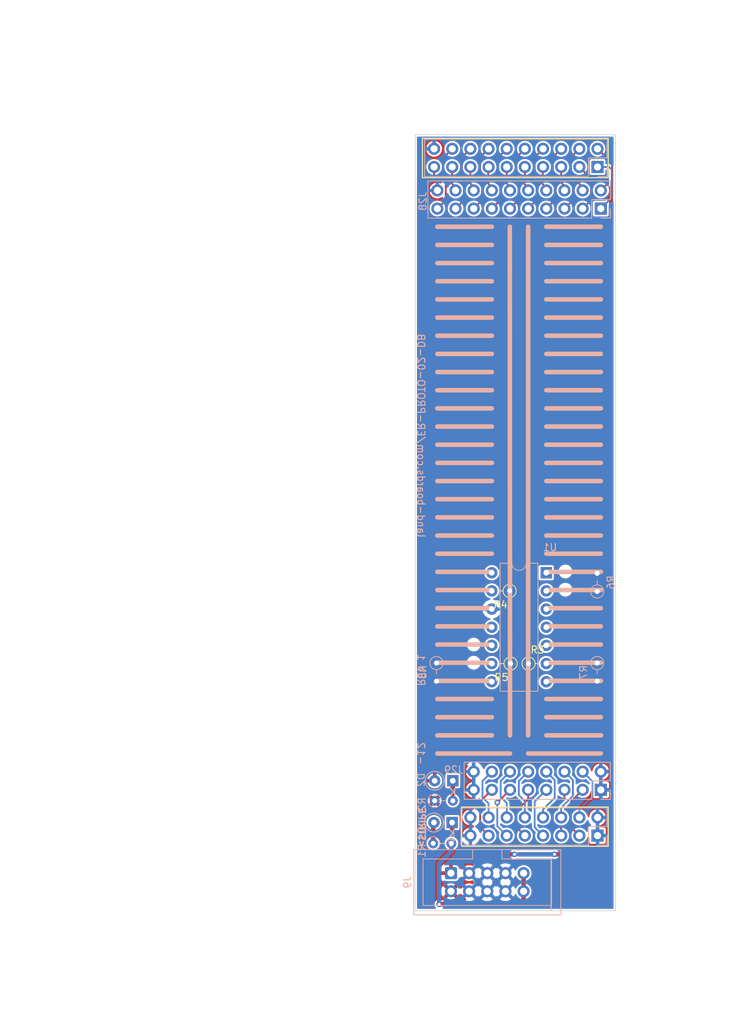
<source format=kicad_pcb>
(kicad_pcb (version 20211014) (generator pcbnew)
  (title_block (title "ER-PROTO-02") (date "2022-10-29") (rev "1") (company "LAND BOARDS, LLC") (comment 1 "EURORACK PROTOTYPE CARD") (comment 2 "6 POTS, 6 JACKS"))
  (layers (0 "F.Cu" signal) (31 "B.Cu" signal) (34 "B.Paste" user) (35 "F.Paste" user) (36 "B.SilkS" user "B.Silkscreen") (37 "F.SilkS" user "F.Silkscreen") (38 "B.Mask" user) (39 "F.Mask" user) (44 "Edge.Cuts" user))
  (net 0 "")
  (net 1 "/POT6-1")
  (net 2 "/POT6-2")
  (net 3 "/POT6-3")
  (net 4 "/POT4-1")
  (net 5 "/POT4-2")
  (net 6 "/POT4-3")
  (net 7 "/POT2-1")
  (net 8 "/POT2-2")
  (net 9 "/POT2-3")
  (net 10 "/POT5-1")
  (net 11 "/POT5-2")
  (net 12 "/POT5-3")
  (net 13 "/POT3-1")
  (net 14 "/POT3-2")
  (net 15 "/POT3-3")
  (net 16 "/POT1-1")
  (net 17 "/POT1-2")
  (net 18 "/POT1-3")
  (net 19 "/J1-T")
  (net 20 "/J2-T")
  (net 21 "/J3-T")
  (net 22 "/J4-T")
  (net 23 "GND")
  (net 24 "/J1-R_N")
  (net 25 "/J2-R_N")
  (net 26 "/J3-R_N")
  (net 27 "/J4-R_N")
  (net 28 "/J5-R_N")
  (net 29 "/J6-R_N")
  (net 30 "/J6-T")
  (net 31 "/J5-T")
  (net 32 "+12V")
  (net 33 "+5V")
  (net 34 "-12V")
  (net 35 "Net-(U1-Pad13)")
  (net 36 "Net-(U1-Pad2)")
  (net 37 "Net-(R7-Pad1)")
  (net 38 "Net-(U1-Pad9)")
  (net 39 "Net-(D1-Pad2)")
  (net 40 "Net-(D2-Pad1)")
  (net 41 "-12VA")
  (net 42 "+12VA")
  (footprint "Resistor_THT:R_Axial_DIN0204_L3.6mm_D1.6mm_P2.54mm_Vertical" (layer "F.Cu") (at 111.837 83.947 180)
    (fp_text reference "R5" (at 1.27 -1.92) (layer "F.SilkS"))
    (fp_text value "10K")
    (fp_line (start 0.92 0) (end 1.54 0) (layer "F.SilkS") (width 0.12))
    (fp_circle (center 0 0) (end 0.92 0) (layer "F.SilkS") (width 0.12) (fill none))
    (pad "1" thru_hole circle (at 0 0 180) (size 1.4 1.4) (drill 0.7) (layers *.Cu *.Mask) (net 23 "GND"))
    (pad "2" thru_hole oval (at 2.54 0 180) (size 1.4 1.4) (drill 0.7) (layers *.Cu *.Mask) (net 37 "Net-(R7-Pad1)"))
  )
  (footprint "Resistor_THT:R_Axial_DIN0204_L3.6mm_D1.6mm_P2.54mm_Vertical" (layer "F.Cu") (at 114.35 83.947)
    (fp_text reference "R3" (at 1.27 -1.92) (layer "F.SilkS"))
    (fp_text value "10K")
    (fp_line (start 0.92 0) (end 1.54 0) (layer "F.SilkS") (width 0.12))
    (fp_circle (center 0 0) (end 0.92 0) (layer "F.SilkS") (width 0.12) (fill none))
    (pad "1" thru_hole circle (at 0 0) (size 1.4 1.4) (drill 0.7) (layers *.Cu *.Mask) (net 23 "GND"))
    (pad "2" thru_hole oval (at 2.54 0) (size 1.4 1.4) (drill 0.7) (layers *.Cu *.Mask) (net 38 "Net-(U1-Pad9)"))
  )
  (footprint "Resistor_THT:R_Axial_DIN0204_L3.6mm_D1.6mm_P2.54mm_Vertical" (layer "F.Cu") (at 111.71 73.787 180)
    (fp_text reference "R4" (at 1.27 -1.92) (layer "F.SilkS"))
    (fp_text value "10K")
    (fp_line (start 0.92 0) (end 1.54 0) (layer "F.SilkS") (width 0.12))
    (fp_circle (center 0 0) (end 0.92 0) (layer "F.SilkS") (width 0.12) (fill none))
    (pad "1" thru_hole circle (at 0 0 180) (size 1.4 1.4) (drill 0.7) (layers *.Cu *.Mask) (net 23 "GND"))
    (pad "2" thru_hole oval (at 2.54 0 180) (size 1.4 1.4) (drill 0.7) (layers *.Cu *.Mask) (net 36 "Net-(U1-Pad2)"))
  )
  (footprint "Connector_PinHeader_2.54mm:PinHeader_2x10_P2.54mm_Vertical" (layer "B.Cu") (at 124.46 20.32 90)
    (fp_text reference "J28" (at 1.016 -24.892 90) (layer "B.SilkS") (effects (justify mirror)))
    (fp_text value "PROTO02_POTS")
    (fp_line (start -1.33 -1.27) (end 1.27 -1.27) (layer "B.SilkS") (width 0.12))
    (fp_line (start 1.27 1.33) (end 3.87 1.33) (layer "B.SilkS") (width 0.12))
    (fp_line (start 1.27 -1.27) (end 1.27 1.33) (layer "B.SilkS") (width 0.12))
    (fp_line (start -1.33 -24.19) (end 3.87 -24.19) (layer "B.SilkS") (width 0.12))
    (fp_line (start -1.33 1.33) (end 0 1.33) (layer "B.SilkS") (width 0.12))
    (fp_line (start -1.33 0) (end -1.33 1.33) (layer "B.SilkS") (width 0.12))
    (fp_line (start -1.33 -1.27) (end -1.33 -24.19) (layer "B.SilkS") (width 0.12))
    (fp_line (start 3.87 1.33) (end 3.87 -24.19) (layer "B.SilkS") (width 0.12))
    (pad "1" thru_hole rect (at 0 0 90) (size 1.7 1.7) (drill 1) (layers *.Cu *.Mask) (net 33 "+5V"))
    (pad "2" thru_hole oval (at 2.54 0 90) (size 1.7 1.7) (drill 1) (layers *.Cu *.Mask) (net 1 "/POT6-1"))
    (pad "3" thru_hole oval (at 0 -2.54 90) (size 1.7 1.7) (drill 1) (layers *.Cu *.Mask) (net 2 "/POT6-2"))
    (pad "4" thru_hole oval (at 2.54 -2.54 90) (size 1.7 1.7) (drill 1) (layers *.Cu *.Mask) (net 3 "/POT6-3"))
    (pad "5" thru_hole oval (at 0 -5.08 90) (size 1.7 1.7) (drill 1) (layers *.Cu *.Mask) (net 4 "/POT4-1"))
    (pad "6" thru_hole oval (at 2.54 -5.08 90) (size 1.7 1.7) (drill 1) (layers *.Cu *.Mask) (net 5 "/POT4-2"))
    (pad "7" thru_hole oval (at 0 -7.62 90) (size 1.7 1.7) (drill 1) (layers *.Cu *.Mask) (net 6 "/POT4-3"))
    (pad "8" thru_hole oval (at 2.54 -7.62 90) (size 1.7 1.7) (drill 1) (layers *.Cu *.Mask) (net 7 "/POT2-1"))
    (pad "9" thru_hole oval (at 0 -10.16 90) (size 1.7 1.7) (drill 1) (layers *.Cu *.Mask) (net 8 "/POT2-2"))
    (pad "10" thru_hole oval (at 2.54 -10.16 90) (size 1.7 1.7) (drill 1) (layers *.Cu *.Mask) (net 9 "/POT2-3"))
    (pad "11" thru_hole oval (at 0 -12.7 90) (size 1.7 1.7) (drill 1) (layers *.Cu *.Mask) (net 10 "/POT5-1"))
    (pad "12" thru_hole oval (at 2.54 -12.7 90) (size 1.7 1.7) (drill 1) (layers *.Cu *.Mask) (net 11 "/POT5-2"))
    (pad "13" thru_hole oval (at 0 -15.24 90) (size 1.7 1.7) (drill 1) (layers *.Cu *.Mask) (net 12 "/POT5-3"))
    (pad "14" thru_hole oval (at 2.54 -15.24 90) (size 1.7 1.7) (drill 1) (layers *.Cu *.Mask) (net 13 "/POT3-1"))
    (pad "15" thru_hole oval (at 0 -17.78 90) (size 1.7 1.7) (drill 1) (layers *.Cu *.Mask) (net 14 "/POT3-2"))
    (pad "16" thru_hole oval (at 2.54 -17.78 90) (size 1.7 1.7) (drill 1) (layers *.Cu *.Mask) (net 15 "/POT3-3"))
    (pad "17" thru_hole oval (at 0 -20.32 90) (size 1.7 1.7) (drill 1) (layers *.Cu *.Mask) (net 16 "/POT1-1"))
    (pad "18" thru_hole oval (at 2.54 -20.32 90) (size 1.7 1.7) (drill 1) (layers *.Cu *.Mask) (net 17 "/POT1-2"))
    (pad "19" thru_hole oval (at 0 -22.86 90) (size 1.7 1.7) (drill 1) (layers *.Cu *.Mask) (net 18 "/POT1-3"))
    (pad "20" thru_hole oval (at 2.54 -22.86 90) (size 1.7 1.7) (drill 1) (layers *.Cu *.Mask) (net 23 "GND"))
  )
  (footprint "Resistor_THT:R_Axial_DIN0204_L3.6mm_D1.6mm_P2.54mm_Vertical" (layer "B.Cu") (at 101.015 109.093)
    (fp_text reference "R1" (at -1.574 1.016 90) (layer "B.SilkS") (effects (justify mirror)))
    (fp_text value "10")
    (fp_line (start 0.92 0) (end 1.54 0) (layer "B.SilkS") (width 0.12))
    (fp_circle (center 0 0) (end 0.92 0) (layer "B.SilkS") (width 0.12) (fill none))
    (pad "1" thru_hole circle (at 0 0) (size 1.4 1.4) (drill 0.7) (layers *.Cu *.Mask) (net 39 "Net-(D1-Pad2)"))
    (pad "2" thru_hole oval (at 2.54 0) (size 1.4 1.4) (drill 0.7) (layers *.Cu *.Mask) (net 42 "+12VA"))
  )
  (footprint "Diode_THT:D_DO-35_SOD27_P2.54mm_Vertical_KathodeUp" (layer "B.Cu") (at 103.759 100.33 180)
    (fp_text reference "D2" (at 4.445 0.127 90) (layer "B.SilkS") (effects (justify mirror)))
    (fp_text value "BAT41")
    (fp_text user "K" (at 0 -1.651) (layer "B.SilkS") (effects (justify mirror)))
    (fp_line (start 1.213629 0) (end 1.1 0) (layer "B.SilkS") (width 0.12))
    (fp_circle (center 2.54 0) (end 3.866371 0) (layer "B.SilkS") (width 0.12) (fill none))
    (pad "1" thru_hole rect (at 0 0 180) (size 1.6 1.6) (drill 0.8) (layers *.Cu *.Mask) (net 40 "Net-(D2-Pad1)"))
    (pad "2" thru_hole oval (at 2.54 0 180) (size 1.6 1.6) (drill 0.8) (layers *.Cu *.Mask) (net 34 "-12V"))
  )
  (footprint "Connector_PinHeader_2.54mm:PinHeader_2x08_P2.54mm_Vertical" (layer "B.Cu") (at 124.46 101.6 90)
    (fp_text reference "J29" (at 2.794 -20.574 180) (layer "B.SilkS") (effects (justify mirror)))
    (fp_text value "PROTO02_JACKS")
    (fp_line (start -1.33 1.33) (end 0 1.33) (layer "B.SilkS") (width 0.12))
    (fp_line (start 1.27 -1.27) (end 1.27 1.33) (layer "B.SilkS") (width 0.12))
    (fp_line (start -1.33 -1.27) (end -1.33 -19.11) (layer "B.SilkS") (width 0.12))
    (fp_line (start -1.33 -19.11) (end 3.87 -19.11) (layer "B.SilkS") (width 0.12))
    (fp_line (start -1.33 0) (end -1.33 1.33) (layer "B.SilkS") (width 0.12))
    (fp_line (start 1.27 1.33) (end 3.87 1.33) (layer "B.SilkS") (width 0.12))
    (fp_line (start -1.33 -1.27) (end 1.27 -1.27) (layer "B.SilkS") (width 0.12))
    (fp_line (start 3.87 1.33) (end 3.87 -19.11) (layer "B.SilkS") (width 0.12))
    (pad "1" thru_hole rect (at 0 0 90) (size 1.7 1.7) (drill 1) (layers *.Cu *.Mask) (net 23 "GND"))
    (pad "2" thru_hole oval (at 2.54 0 90) (size 1.7 1.7) (drill 1) (layers *.Cu *.Mask) (net 23 "GND"))
    (pad "3" thru_hole oval (at 0 -2.54 90) (size 1.7 1.7) (drill 1) (layers *.Cu *.Mask) (net 29 "/J6-R_N"))
    (pad "4" thru_hole oval (at 2.54 -2.54 90) (size 1.7 1.7) (drill 1) (layers *.Cu *.Mask) (net 30 "/J6-T"))
    (pad "5" thru_hole oval (at 0 -5.08 90) (size 1.7 1.7) (drill 1) (layers *.Cu *.Mask) (net 27 "/J4-R_N"))
    (pad "6" thru_hole oval (at 2.54 -5.08 90) (size 1.7 1.7) (drill 1) (layers *.Cu *.Mask) (net 22 "/J4-T"))
    (pad "7" thru_hole oval (at 0 -7.62 90) (size 1.7 1.7) (drill 1) (layers *.Cu *.Mask) (net 25 "/J2-R_N"))
    (pad "8" thru_hole oval (at 2.54 -7.62 90) (size 1.7 1.7) (drill 1) (layers *.Cu *.Mask) (net 20 "/J2-T"))
    (pad "9" thru_hole oval (at 0 -10.16 90) (size 1.7 1.7) (drill 1) (layers *.Cu *.Mask) (net 24 "/J1-R_N"))
    (pad "10" thru_hole oval (at 2.54 -10.16 90) (size 1.7 1.7) (drill 1) (layers *.Cu *.Mask) (net 19 "/J1-T"))
    (pad "11" thru_hole oval (at 0 -12.7 90) (size 1.7 1.7) (drill 1) (layers *.Cu *.Mask) (net 26 "/J3-R_N"))
    (pad "12" thru_hole oval (at 2.54 -12.7 90) (size 1.7 1.7) (drill 1) (layers *.Cu *.Mask) (net 21 "/J3-T"))
    (pad "13" thru_hole oval (at 0 -15.24 90) (size 1.7 1.7) (drill 1) (layers *.Cu *.Mask) (net 28 "/J5-R_N"))
    (pad "14" thru_hole oval (at 2.54 -15.24 90) (size 1.7 1.7) (drill 1) (layers *.Cu *.Mask) (net 31 "/J5-T"))
    (pad "15" thru_hole oval (at 0 -17.78 90) (size 1.7 1.7) (drill 1) (layers *.Cu *.Mask) (net 23 "GND"))
    (pad "16" thru_hole oval (at 2.54 -17.78 90) (size 1.7 1.7) (drill 1) (layers *.Cu *.Mask) (net 23 "GND"))
  )
  (footprint "Resistor_THT:R_Axial_DIN0204_L3.6mm_D1.6mm_P2.54mm_Vertical" (layer "B.Cu") (at 101.219 103.124)
    (fp_text reference "R2" (at -1.778 0.508 90) (layer "B.SilkS") (effects (justify mirror)))
    (fp_text value "10")
    (fp_line (start 0.92 0) (end 1.54 0) (layer "B.SilkS") (width 0.12))
    (fp_circle (center 0 0) (end 0.92 0) (layer "B.SilkS") (width 0.12) (fill none))
    (pad "1" thru_hole circle (at 0 0) (size 1.4 1.4) (drill 0.7) (layers *.Cu *.Mask) (net 41 "-12VA"))
    (pad "2" thru_hole oval (at 2.54 0) (size 1.4 1.4) (drill 0.7) (layers *.Cu *.Mask) (net 40 "Net-(D2-Pad1)"))
  )
  (footprint "Package_DIP:DIP-14_W7.62mm" (layer "B.Cu") (at 116.83 71.242 180)
    (fp_text reference "U1" (at -0.518 3.551) (layer "B.SilkS") (effects (justify mirror)))
    (fp_text value "TL074")
    (fp_line (start 2.81 1.33) (end 1.16 1.33) (layer "B.SilkS") (width 0.12))
    (fp_line (start 1.16 1.33) (end 1.16 -16.57) (layer "B.SilkS") (width 0.12))
    (fp_line (start 6.46 1.33) (end 4.81 1.33) (layer "B.SilkS") (width 0.12))
    (fp_line (start 6.46 -16.57) (end 6.46 1.33) (layer "B.SilkS") (width 0.12))
    (fp_line (start 1.16 -16.57) (end 6.46 -16.57) (layer "B.SilkS") (width 0.12))
    (fp_arc (start 2.81 1.33) (mid 3.81 0.33) (end 4.81 1.33) (layer "B.SilkS") (width 0.12))
    (pad "1" thru_hole rect (at 0 0 180) (size 1.6 1.6) (drill 0.8) (layers *.Cu *.Mask) (net 20 "/J2-T"))
    (pad "2" thru_hole oval (at 0 -2.54 180) (size 1.6 1.6) (drill 0.8) (layers *.Cu *.Mask) (net 36 "Net-(U1-Pad2)"))
    (pad "3" thru_hole oval (at 0 -5.08 180) (size 1.6 1.6) (drill 0.8) (layers *.Cu *.Mask) (net 19 "/J1-T"))
    (pad "4" thru_hole oval (at 0 -7.62 180) (size 1.6 1.6) (drill 0.8) (layers *.Cu *.Mask) (net 32 "+12V"))
    (pad "5" thru_hole oval (at 0 -10.16 180) (size 1.6 1.6) (drill 0.8) (layers *.Cu *.Mask) (net 21 "/J3-T"))
    (pad "6" thru_hole oval (at 0 -12.7 180) (size 1.6 1.6) (drill 0.8) (layers *.Cu *.Mask) (net 37 "Net-(R7-Pad1)"))
    (pad "7" thru_hole oval (at 0 -15.24 180) (size 1.6 1.6) (drill 0.8) (layers *.Cu *.Mask) (net 22 "/J4-T"))
    (pad "8" thru_hole oval (at 7.62 -15.24 180) (size 1.6 1.6) (drill 0.8) (layers *.Cu *.Mask) (net 30 "/J6-T"))
    (pad "9" thru_hole oval (at 7.62 -12.7 180) (size 1.6 1.6) (drill 0.8) (layers *.Cu *.Mask) (net 38 "Net-(U1-Pad9)"))
    (pad "10" thru_hole oval (at 7.62 -10.16 180) (size 1.6 1.6) (drill 0.8) (layers *.Cu *.Mask) (net 31 "/J5-T"))
    (pad "11" thru_hole oval (at 7.62 -7.62 180) (size 1.6 1.6) (drill 0.8) (layers *.Cu *.Mask) (net 34 "-12V"))
    (pad "12" thru_hole oval (at 7.62 -5.08 180) (size 1.6 1.6) (drill 0.8) (layers *.Cu *.Mask) (net 23 "GND"))
    (pad "13" thru_hole oval (at 7.62 -2.54 180) (size 1.6 1.6) (drill 0.8) (layers *.Cu *.Mask) (net 35 "Net-(U1-Pad13)"))
    (pad "14" thru_hole oval (at 7.62 0 180) (size 1.6 1.6) (drill 0.8) (layers *.Cu *.Mask) (net 35 "Net-(U1-Pad13)"))
  )
  (footprint "Connector_IDC:IDC-Header_2x05_P2.54mm_Vertical" (layer "B.Cu") (at 103.5 113.2475 -90)
    (fp_text reference "J9" (at 1.27 6.1 90) (layer "B.SilkS") (effects (justify mirror)))
    (fp_text value "ER-PWR-2X5")
    (fp_line (start -1.98 3.91) (end 4.52 3.91) (layer "B.SilkS") (width 0.12))
    (fp_line (start 4.52 -14.07) (end -1.98 -14.07) (layer "B.SilkS") (width 0.12))
    (fp_line (start -1.98 -7.13) (end -1.98 -7.13) (layer "B.SilkS") (width 0.12))
    (fp_line (start -4.68 -0.5) (end -3.68 0) (layer "B.SilkS") (width 0.12))
    (fp_line (start 5.83 -15.37) (end -3.29 -15.37) (layer "B.SilkS") (width 0.12))
    (fp_line (start 5.83 5.21) (end 5.83 -15.37) (layer "B.SilkS") (width 0.12))
    (fp_line (start -3.29 -15.37) (end -3.29 5.21) (layer "B.SilkS") (width 0.12))
    (fp_line (start 4.52 3.91) (end 4.52 -14.07) (layer "B.SilkS") (width 0.12))
    (fp_line (start -1.98 -7.13) (end -3.29 -7.13) (layer "B.SilkS") (width 0.12))
    (fp_line (start -3.68 0) (end -4.68 0.5) (layer "B.SilkS") (width 0.12))
    (fp_line (start -3.29 -3.03) (end -1.98 -3.03) (layer "B.SilkS") (width 0.12))
    (fp_line (start -3.29 5.21) (end 5.83 5.21) (layer "B.SilkS") (width 0.12))
    (fp_line (start -1.98 -3.03) (end -1.98 3.91) (layer "B.SilkS") (width 0.12))
    (fp_line (start -1.98 -14.07) (end -1.98 -7.13) (layer "B.SilkS") (width 0.12))
    (fp_line (start -4.68 0.5) (end -4.68 -0.5) (layer "B.SilkS") (width 0.12))
    (pad "1" thru_hole roundrect (at 0 0 270) (size 1.7 1.7) (drill 1) (layers *.Cu *.Mask) (roundrect_rratio 0.147059) (net 41 "-12VA"))
    (pad "2" thru_hole circle (at 2.54 0 270) (size 1.7 1.7) (drill 1) (layers *.Cu *.Mask) (net 41 "-12VA"))
    (pad "3" thru_hole circle (at 0 -2.54 270) (size 1.7 1.7) (drill 1) (layers *.Cu *.Mask) (net 23 "GND"))
    (pad "4" thru_hole circle (at 2.54 -2.54 270) (size 1.7 1.7) (drill 1) (layers *.Cu *.Mask) (net 23 "GND"))
    (pad "5" thru_hole circle (at 0 -5.08 270) (size 1.7 1.7) (drill 1) (layers *.Cu *.Mask) (net 23 "GND"))
    (pad "6" thru_hole circle (at 2.54 -5.08 270) (size 1.7 1.7) (drill 1) (layers *.Cu *.Mask) (net 23 "GND"))
    (pad "7" thru_hole circle (at 0 -7.62 270) (size 1.7 1.7) (drill 1) (layers *.Cu *.Mask) (net 23 "GND"))
    (pad "8" thru_hole circle (at 2.54 -7.62 270) (size 1.7 1.7) (drill 1) (layers *.Cu *.Mask) (net 23 "GND"))
    (pad "9" thru_hole circle (at 0 -10.16 270) (size 1.7 1.7) (drill 1) (layers *.Cu *.Mask) (net 42 "+12VA"))
    (pad "10" thru_hole circle (at 2.54 -10.16 270) (size 1.7 1.7) (drill 1) (layers *.Cu *.Mask) (net 42 "+12VA"))
  )
  (footprint "Resistor_THT:R_Axial_DIN0204_L3.6mm_D1.6mm_P2.54mm_Vertical" (layer "B.Cu") (at 123.952 83.87 -90)
    (fp_text reference "R7" (at 1.27 1.92 90) (layer "B.SilkS") (effects (justify mirror)))
    (fp_text value "10K")
    (fp_line (start 0.92 0) (end 1.54 0) (layer "B.SilkS") (width 0.12))
    (fp_circle (center 0 0) (end 0.92 0) (layer "B.SilkS") (width 0.12) (fill none))
    (pad "1" thru_hole circle (at 0 0 270) (size 1.4 1.4) (drill 0.7) (layers *.Cu *.Mask) (net 37 "Net-(R7-Pad1)"))
    (pad "2" thru_hole oval (at 2.54 0 270) (size 1.4 1.4) (drill 0.7) (layers *.Cu *.Mask) (net 22 "/J4-T"))
  )
  (footprint "Diode_THT:D_DO-35_SOD27_P2.54mm_Vertical_KathodeUp" (layer "B.Cu") (at 103.660686 106.172 180)
    (fp_text reference "D1" (at 4.219686 -1.651 90) (layer "B.SilkS") (effects (justify mirror)))
    (fp_text value "BAT41")
    (fp_text user "K" (at 0.028686 -1.524) (layer "B.SilkS") (effects (justify mirror)))
    (fp_line (start 1.213629 0) (end 1.1 0) (layer "B.SilkS") (width 0.12))
    (fp_circle (center 2.54 0) (end 3.866371 0) (layer "B.SilkS") (width 0.12) (fill none))
    (pad "1" thru_hole rect (at 0 0 180) (size 1.6 1.6) (drill 0.8) (layers *.Cu *.Mask) (net 32 "+12V"))
    (pad "2" thru_hole oval (at 2.54 0 180) (size 1.6 1.6) (drill 0.8) (layers *.Cu *.Mask) (net 39 "Net-(D1-Pad2)"))
  )
  (footprint "Connector_PinHeader_2.54mm:PinHeader_2x10_P2.54mm_Vertical" (layer "B.Cu") (at 124 14.5 90)
    (fp_text reference "J8" hide)
    (fp_text value "PROTO02_POTS")
    (fp_line (start -1.33 -24.19) (end 3.87 -24.19) (layer "B.SilkS") (width 0.12))
    (fp_line (start -1.33 -1.27) (end -1.33 -24.19) (layer "B.SilkS") (width 0.12))
    (fp_line (start -1.33 0) (end -1.33 1.33) (layer "B.SilkS") (width 0.12))
    (fp_line (start -1.33 -1.27) (end 1.27 -1.27) (layer "B.SilkS") (width 0.12))
    (fp_line (start 1.27 1.33) (end 3.87 1.33) (layer "B.SilkS") (width 0.12))
    (fp_line (start -1.33 1.33) (end 0 1.33) (layer "B.SilkS") (width 0.12))
    (fp_line (start 1.27 -1.27) (end 1.27 1.33) (layer "B.SilkS") (width 0.12))
    (fp_line (start 3.87 1.33) (end 3.87 -24.19) (layer "B.SilkS") (width 0.12))
    (pad "1" thru_hole rect (at 0 0 90) (size 1.7 1.7) (drill 1) (layers *.Cu *.Mask) (net 33 "+5V"))
    (pad "2" thru_hole oval (at 2.54 0 90) (size 1.7 1.7) (drill 1) (layers *.Cu *.Mask) (net 1 "/POT6-1"))
    (pad "3" thru_hole oval (at 0 -2.54 90) (size 1.7 1.7) (drill 1) (layers *.Cu *.Mask) (net 2 "/POT6-2"))
    (pad "4" thru_hole oval (at 2.54 -2.54 90) (size 1.7 1.7) (drill 1) (layers *.Cu *.Mask) (net 3 "/POT6-3"))
    (pad "5" thru_hole oval (at 0 -5.08 90) (size 1.7 1.7) (drill 1) (layers *.Cu *.Mask) (net 4 "/POT4-1"))
    (pad "6" thru_hole oval (at 2.54 -5.08 90) (size 1.7 1.7) (drill 1) (layers *.Cu *.Mask) (net 5 "/POT4-2"))
    (pad "7" thru_hole oval (at 0 -7.62 90) (size 1.7 1.7) (drill 1) (layers *.Cu *.Mask) (net 6 "/POT4-3"))
    (pad "8" thru_hole oval (at 2.54 -7.62 90) (size 1.7 1.7) (drill 1) (layers *.Cu *.Mask) (net 7 "/POT2-1"))
    (pad "9" thru_hole oval (at 0 -10.16 90) (size 1.7 1.7) (drill 1) (layers *.Cu *.Mask) (net 8 "/POT2-2"))
    (pad "10" thru_hole oval (at 2.54 -10.16 90) (size 1.7 1.7) (drill 1) (layers *.Cu *.Mask) (net 9 "/POT2-3"))
    (pad "11" thru_hole oval (at 0 -12.7 90) (size 1.7 1.7) (drill 1) (layers *.Cu *.Mask) (net 10 "/POT5-1"))
    (pad "12" thru_hole oval (at 2.54 -12.7 90) (size 1.7 1.7) (drill 1) (layers *.Cu *.Mask) (net 11 "/POT5-2"))
    (pad "13" thru_hole oval (at 0 -15.24 90) (size 1.7 1.7) (drill 1) (layers *.Cu *.Mask) (net 12 "/POT5-3"))
    (pad "14" thru_hole oval (at 2.54 -15.24 90) (size 1.7 1.7) (drill 1) (layers *.Cu *.Mask) (net 13 "/POT3-1"))
    (pad "15" thru_hole oval (at 0 -17.78 90) (size 1.7 1.7) (drill 1) (layers *.Cu *.Mask) (net 14 "/POT3-2"))
    (pad "16" thru_hole oval (at 2.54 -17.78 90) (size 1.7 1.7) (drill 1) (layers *.Cu *.Mask) (net 15 "/POT3-3"))
    (pad "17" thru_hole oval (at 0 -20.32 90) (size 1.7 1.7) (drill 1) (layers *.Cu *.Mask) (net 16 "/POT1-1"))
    (pad "18" thru_hole oval (at 2.54 -20.32 90) (size 1.7 1.7) (drill 1) (layers *.Cu *.Mask) (net 17 "/POT1-2"))
    (pad "19" thru_hole oval (at 0 -22.86 90) (size 1.7 1.7) (drill 1) (layers *.Cu *.Mask) (net 18 "/POT1-3"))
    (pad "20" thru_hole oval (at 2.54 -22.86 90) (size 1.7 1.7) (drill 1) (layers *.Cu *.Mask) (net 23 "GND"))
  )
  (footprint "Connector_PinHeader_2.54mm:PinHeader_2x08_P2.54mm_Vertical" (layer "B.Cu") (at 124 108 90)
    (fp_text reference "J7" hide)
    (fp_text value "PROTO02_JACKS")
    (fp_line (start 1.27 -1.27) (end 1.27 1.33) (layer "B.SilkS") (width 0.12))
    (fp_line (start -1.33 0) (end -1.33 1.33) (layer "B.SilkS") (width 0.12))
    (fp_line (start -1.33 1.33) (end 0 1.33) (layer "B.SilkS") (width 0.12))
    (fp_line (start 3.87 1.33) (end 3.87 -19.11) (layer "B.SilkS") (width 0.12))
    (fp_line (start -1.33 -1.27) (end 1.27 -1.27) (layer "B.SilkS") (width 0.12))
    (fp_line (start -1.33 -19.11) (end 3.87 -19.11) (layer "B.SilkS") (width 0.12))
    (fp_line (start -1.33 -1.27) (end -1.33 -19.11) (layer "B.SilkS") (width 0.12))
    (fp_line (start 1.27 1.33) (end 3.87 1.33) (layer "B.SilkS") (width 0.12))
    (pad "1" thru_hole rect (at 0 0 90) (size 1.7 1.7) (drill 1) (layers *.Cu *.Mask) (net 23 "GND"))
    (pad "2" thru_hole oval (at 2.54 0 90) (size 1.7 1.7) (drill 1) (layers *.Cu *.Mask) (net 23 "GND"))
    (pad "3" thru_hole oval (at 0 -2.54 90) (size 1.7 1.7) (drill 1) (layers *.Cu *.Mask) (net 29 "/J6-R_N"))
    (pad "4" thru_hole oval (at 2.54 -2.54 90) (size 1.7 1.7) (drill 1) (layers *.Cu *.Mask) (net 30 "/J6-T"))
    (pad "5" thru_hole oval (at 0 -5.08 90) (size 1.7 1.7) (drill 1) (layers *.Cu *.Mask) (net 27 "/J4-R_N"))
    (pad "6" thru_hole oval (at 2.54 -5.08 90) (size 1.7 1.7) (drill 1) (layers *.Cu *.Mask) (net 22 "/J4-T"))
    (pad "7" thru_hole oval (at 0 -7.62 90) (size 1.7 1.7) (drill 1) (layers *.Cu *.Mask) (net 25 "/J2-R_N"))
    (pad "8" thru_hole oval (at 2.54 -7.62 90) (size 1.7 1.7) (drill 1) (layers *.Cu *.Mask) (net 20 "/J2-T"))
    (pad "9" thru_hole oval (at 0 -10.16 90) (size 1.7 1.7) (drill 1) (layers *.Cu *.Mask) (net 24 "/J1-R_N"))
    (pad "10" thru_hole oval (at 2.54 -10.16 90) (size 1.7 1.7) (drill 1) (layers *.Cu *.Mask) (net 19 "/J1-T"))
    (pad "11" thru_hole oval (at 0 -12.7 90) (size 1.7 1.7) (drill 1) (layers *.Cu *.Mask) (net 26 "/J3-R_N"))
    (pad "12" thru_hole oval (at 2.54 -12.7 90) (size 1.7 1.7) (drill 1) (layers *.Cu *.Mask) (net 21 "/J3-T"))
    (pad "13" thru_hole oval (at 0 -15.24 90) (size 1.7 1.7) (drill 1) (layers *.Cu *.Mask) (net 28 "/J5-R_N"))
    (pad "14" thru_hole oval (at 2.54 -15.24 90) (size 1.7 1.7) (drill 1) (layers *.Cu *.Mask) (net 31 "/J5-T"))
    (pad "15" thru_hole oval (at 0 -17.78 90) (size 1.7 1.7) (drill 1) (layers *.Cu *.Mask) (net 23 "GND"))
    (pad "16" thru_hole oval (at 2.54 -17.78 90) (size 1.7 1.7) (drill 1) (layers *.Cu *.Mask) (net 23 "GND"))
  )
  (footprint "Resistor_THT:R_Axial_DIN0204_L3.6mm_D1.6mm_P2.54mm_Vertical" (layer "B.Cu") (at 101.473 83.87 -90)
    (fp_text reference "R8" (at 1.27 1.92 90) (layer "B.SilkS") (effects (justify mirror)))
    (fp_text value "10K")
    (fp_line (start 0.92 0) (end 1.54 0) (layer "B.SilkS") (width 0.12))
    (fp_circle (center 0 0) (end 0.92 0) (layer "B.SilkS") (width 0.12) (fill none))
    (pad "1" thru_hole circle (at 0 0 270) (size 1.4 1.4) (drill 0.7) (layers *.Cu *.Mask) (net 38 "Net-(U1-Pad9)"))
    (pad "2" thru_hole oval (at 2.54 0 270) (size 1.4 1.4) (drill 0.7) (layers *.Cu *.Mask) (net 30 "/J6-T"))
  )
  (footprint "Resistor_THT:R_Axial_DIN0204_L3.6mm_D1.6mm_P2.54mm_Vertical" (layer "B.Cu") (at 123.952 73.864 90)
    (fp_text reference "R6" (at 1.27 1.92 270) (layer "B.SilkS") (effects (justify mirror)))
    (fp_text value "10K")
    (fp_line (start 0.92 0) (end 1.54 0) (layer "B.SilkS") (width 0.12))
    (fp_circle (center 0 0) (end 0.92 0) (layer "B.SilkS") (width 0.12) (fill none))
    (pad "1" thru_hole circle (at 0 0 90) (size 1.4 1.4) (drill 0.7) (layers *.Cu *.Mask) (net 36 "Net-(U1-Pad2)"))
    (pad "2" thru_hole oval (at 2.54 0 90) (size 1.4 1.4) (drill 0.7) (layers *.Cu *.Mask) (net 20 "/J2-T"))
  )
  (gr_line (start 116.84 40.64) (end 124.46 40.64) (layer "B.SilkS") (width 0.635))
  (gr_line (start 116.84 63.5) (end 124.46 63.5) (layer "B.SilkS") (width 0.635))
  (gr_line (start 111.76 93.98) (end 111.73 22.86) (layer "B.SilkS") (width 0.635))
  (gr_line (start 114.3 96.52) (end 124.46 96.52) (layer "B.SilkS") (width 0.635))
  (gr_line (start 101.6 33.02) (end 109.22 33.02) (layer "B.SilkS") (width 0.635))
  (gr_line (start 117.5 111.5) (end 117.5 118.5) (layer "B.SilkS") (width 0.15))
  (gr_line (start 101.6 60.96) (end 109.22 60.96) (layer "B.SilkS") (width 0.635))
  (gr_line (start 116.84 93.98) (end 124.5 93.98) (layer "B.SilkS") (width 0.635))
  (gr_line (start 116.84 73.66) (end 124.46 73.66) (layer "B.SilkS") (width 0.635))
  (gr_line (start 101.6 93.98) (end 109.22 93.98) (layer "B.SilkS") (width 0.635))
  (gr_line (start 101.6 53.34) (end 109.22 53.34) (layer "B.SilkS") (width 0.635))
  (gr_line (start 116.84 71.12) (end 124.46 71.12) (layer "B.SilkS") (width 0.635))
  (gr_line (start 116.84 60.96) (end 124.46 60.96) (layer "B.SilkS") (width 0.635))
  (gr_line (start 116.84 58.42) (end 124.46 58.42) (layer "B.SilkS") (width 0.635))
  (gr_line (start 116.84 30.48) (end 124.46 30.48) (layer "B.SilkS") (width 0.635))
  (gr_line (start 101.6 81.28) (end 109.22 81.28) (layer "B.SilkS") (width 0.635))
  (gr_line (start 116.84 50.8) (end 124.46 50.8) (layer "B.SilkS") (width 0.635))
  (gr_line (start 116.84 35.56) (end 124.46 35.56) (layer "B.SilkS") (width 0.635))
  (gr_line (start 116.84 45.72) (end 124.46 45.72) (layer "B.SilkS") (width 0.635))
  (gr_line (start 116.84 22.86) (end 124.46 22.86) (layer "B.SilkS") (width 0.635))
  (gr_line (start 101.6 58.42) (end 109.22 58.42) (layer "B.SilkS") (width 0.635))
  (gr_line (start 101.6 25.4) (end 109.22 25.4) (layer "B.SilkS") (width 0.635))
  (gr_line (start 101.6 83.82) (end 109.22 83.82) (layer "B.SilkS") (width 0.635))
  (gr_line (start 101.6 45.72) (end 109.22 45.72) (layer "B.SilkS") (width 0.635))
  (gr_line (start 101.6 27.94) (end 109.22 27.94) (layer "B.SilkS") (width 0.635))
  (gr_line (start 101.6 66.04) (end 109.22 66.04) (layer "B.SilkS") (width 0.635))
  (gr_line (start 116.84 88.9) (end 124.46 88.9) (layer "B.SilkS") (width 0.635))
  (gr_line (start 116.84 81.28) (end 124.46 81.28) (layer "B.SilkS") (width 0.635))
  (gr_line (start 101.6 91.44) (end 109.22 91.44) (layer "B.SilkS") (width 0.635))
  (gr_line (start 101.6 50.8) (end 109.22 50.8) (layer "B.SilkS") (width 0.635))
  (gr_line (start 101.6 76.2) (end 109.22 76.2) (layer "B.SilkS") (width 0.635))
  (gr_line (start 101.6 22.86) (end 109.22 22.86) (layer "B.SilkS") (width 0.635))
  (gr_line (start 101.6 40.64) (end 109.22 40.64) (layer "B.SilkS") (width 0.635))
  (gr_line (start 116.84 76.2) (end 124.46 76.2) (layer "B.SilkS") (width 0.635))
  (gr_line (start 116.84 53.34) (end 124.46 53.34) (layer "B.SilkS") (width 0.635))
  (gr_line (start 116.84 91.44) (end 124.46 91.44) (layer "B.SilkS") (width 0.635))
  (gr_line (start 101.6 55.88) (end 109.22 55.88) (layer "B.SilkS") (width 0.635))
  (gr_line (start 116.84 66.04) (end 124.46 66.04) (layer "B.SilkS") (width 0.635))
  (gr_line (start 116.84 43.18) (end 124.46 43.18) (layer "B.SilkS") (width 0.635))
  (gr_line (start 101.6 96.52) (end 111.76 96.52) (layer "B.SilkS") (width 0.635))
  (gr_line (start 116.84 86.36) (end 124.46 86.36) (layer "B.SilkS") (width 0.635))
  (gr_line (start 116.84 83.82) (end 124.46 83.82) (layer "B.SilkS") (width 0.635))
  (gr_line (start 101.6 86.36) (end 109.22 86.36) (layer "B.SilkS") (width 0.635))
  (gr_line (start 101.6 43.18) (end 109.22 43.18) (layer "B.SilkS") (width 0.635))
  (gr_line (start 116.84 68.58) (end 124.46 68.58) (layer "B.SilkS") (width 0.635))
  (gr_line (start 116.84 78.74) (end 124.46 78.74) (layer "B.SilkS") (width 0.635))
  (gr_line (start 114.3 93.98) (end 114.3 22.86) (layer "B.SilkS") (width 0.635))
  (gr_line (start 116.84 27.94) (end 124.46 27.94) (layer "B.SilkS") (width 0.635))
  (gr_line (start 101.6 73.66) (end 109.22 73.66) (layer "B.SilkS") (width 0.635))
  (gr_line (start 101.6 63.5) (end 109.22 63.5) (layer "B.SilkS") (width 0.635))
  (gr_line (start 116.84 33.02) (end 124.46 33.02) (layer "B.SilkS") (width 0.635))
  (gr_line (start 116.84 38.1) (end 124.46 38.1) (layer "B.SilkS") (width 0.635))
  (gr_line (start 116.84 48.26) (end 124.46 48.26) (layer "B.SilkS") (width 0.635))
  (gr_line (start 101.6 48.26) (end 109.22 48.26) (layer "B.SilkS") (width 0.635))
  (gr_line (start 101.6 68.58) (end 109.22 68.58) (layer "B.SilkS") (width 0.635))
  (gr_line (start 101.6 38.1) (end 109.22 38.1) (layer "B.SilkS") (width 0.635))
  (gr_line (start 116.84 25.4) (end 124.46 25.4) (layer "B.SilkS") (width 0.635))
  (gr_line (start 101.6 71.12) (end 109.22 71.12) (layer "B.SilkS") (width 0.635))
  (gr_line (start 101.6 88.9) (end 109.22 88.9) (layer "B.SilkS") (width 0.635))
  (gr_line (start 101.6 30.48) (end 109.22 30.48) (layer "B.SilkS") (width 0.635))
  (gr_line (start 101.6 35.56) (end 109.22 35.56) (layer "B.SilkS") (width 0.635))
  (gr_line (start 116.84 55.88) (end 124.46 55.88) (layer "B.SilkS") (width 0.635))
  (gr_line (start 101.6 78.74) (end 109.22 78.74) (layer "B.SilkS") (width 0.635))
  (gr_rect (start 105 104) (end 125.5 109.5) (layer "F.SilkS") (width 0.15) (fill none))
  (gr_rect (start 99.5 10.5) (end 125.5 16) (layer "F.SilkS") (width 0.15) (fill none))
  (gr_rect (start 98.5 10) (end 126.5 118.5) (layer "Edge.Cuts") (width 0.1) (fill none))
  (gr_text "<STRIPE" (at 99.441 106.934 270) (layer "B.SilkS") (effects (font (size 0.889 0.889) (thickness 0.22225)) (justify mirror)))
  (gr_text "-12" (at 99.314 96.52 270) (layer "B.SilkS") (effects (font (size 1 1)) (justify mirror)))
  (gr_text "REV 1" (at 99.314 84.836 270) (layer "B.SilkS") (effects (font (size 1 1)) (justify mirror)))
  (gr_text "land-boards.com/ER-PROTO-02-DB" (at 99.314 52.07 270) (layer "B.SilkS") (effects (font (size 1 1)) (justify mirror)))
  (segment (start 124 11.96) (end 125.476 13.436) (width 0.25) (layer "F.Cu") (net 1))
  (segment (start 125.476 16.764) (end 124.46 17.78) (width 0.25) (layer "F.Cu") (net 1))
  (segment (start 125.476 13.436) (end 125.476 16.764) (width 0.25) (layer "F.Cu") (net 1))
  (segment (start 121.46 14.5) (end 123.094511 16.134511) (width 0.25) (layer "F.Cu") (net 2))
  (segment (start 123.094511 19.145489) (end 121.92 20.32) (width 0.25) (layer "F.Cu") (net 2))
  (segment (start 123.094511 16.134511) (end 123.094511 19.145489) (width 0.25) (layer "F.Cu") (net 2))
  (segment (start 120.285489 13.134511) (end 120.285489 15.700749) (width 0.25) (layer "F.Cu") (net 3))
  (segment (start 121.46 11.96) (end 120.285489 13.134511) (width 0.25) (layer "F.Cu") (net 3))
  (segment (start 120.285489 15.700749) (end 121.92 17.33526) (width 0.25) (layer "F.Cu") (net 3))
  (segment (start 120.554511 19.145489) (end 119.38 20.32) (width 0.25) (layer "F.Cu") (net 4))
  (segment (start 119.209 15.989) (end 119.938022 15.989) (width 0.25) (layer "F.Cu") (net 4))
  (segment (start 118.92 14.5) (end 118.92 15.7) (width 0.25) (layer "F.Cu") (net 4))
  (segment (start 119.938022 15.989) (end 120.554511 16.605489) (width 0.25) (layer "F.Cu") (net 4))
  (segment (start 120.554511 16.605489) (end 120.554511 19.145489) (width 0.25) (layer "F.Cu") (net 4))
  (segment (start 118.92 15.7) (end 119.209 15.989) (width 0.25) (layer "F.Cu") (net 4))
  (segment (start 117.745489 15.509771) (end 119.38 17.144282) (width 0.25) (layer "F.Cu") (net 5))
  (segment (start 118.92 11.96) (end 117.745489 13.134511) (width 0.25) (layer "F.Cu") (net 5))
  (segment (start 117.745489 13.134511) (end 117.745489 15.509771) (width 0.25) (layer "F.Cu") (net 5))
  (segment (start 116.586 16.002) (end 117.602 16.002) (width 0.25) (layer "F.Cu") (net 6))
  (segment (start 118.014511 16.414511) (end 118.014511 19.145489) (width 0.25) (layer "F.Cu") (net 6))
  (segment (start 116.332 14.548) (end 116.332 15.748) (width 0.25) (layer "F.Cu") (net 6))
  (segment (start 116.332 15.748) (end 116.586 16.002) (width 0.25) (layer "F.Cu") (net 6))
  (segment (start 118.014511 19.145489) (end 116.84 20.32) (width 0.25) (layer "F.Cu") (net 6))
  (segment (start 117.602 16.002) (end 118.014511 16.414511) (width 0.25) (layer "F.Cu") (net 6))
  (segment (start 115.205489 15.763771) (end 116.84 17.398282) (width 0.25) (layer "F.Cu") (net 7))
  (segment (start 115.205489 13.134511) (end 115.205489 15.763771) (width 0.25) (layer "F.Cu") (net 7))
  (segment (start 116.38 11.96) (end 115.205489 13.134511) (width 0.25) (layer "F.Cu") (net 7))
  (segment (start 114.3 16.256) (end 115.062 16.256) (width 0.25) (layer "F.Cu") (net 8))
  (segment (start 113.84 15.796) (end 114.3 16.256) (width 0.25) (layer "F.Cu") (net 8))
  (segment (start 115.474511 19.145489) (end 114.3 20.32) (width 0.25) (layer "F.Cu") (net 8))
  (segment (start 113.84 14.5) (end 113.84 15.796) (width 0.25) (layer "F.Cu") (net 8))
  (segment (start 115.474511 16.668511) (end 115.474511 19.145489) (width 0.25) (layer "F.Cu") (net 8))
  (segment (start 115.062 16.256) (end 115.474511 16.668511) (width 0.25) (layer "F.Cu") (net 8))
  (segment (start 113.84 11.96) (end 112.665489 13.134511) (width 0.25) (layer "F.Cu") (net 9))
  (segment (start 112.665489 13.134511) (end 112.665489 15.763771) (width 0.25) (layer "F.Cu") (net 9))
  (segment (start 112.665489 15.763771) (end 114.3 17.398282) (width 0.25) (layer "F.Cu") (net 9))
  (segment (start 112.522 16.256) (end 112.934511 16.668511) (width 0.25) (layer "F.Cu") (net 10))
  (segment (start 111.3 15.796) (end 111.76 16.256) (width 0.25) (layer "F.Cu") (net 10))
  (segment (start 111.3 14.5) (end 111.3 15.796) (width 0.25) (layer "F.Cu") (net 10))
  (segment (start 111.76 16.256) (end 112.522 16.256) (width 0.25) (layer "F.Cu") (net 10))
  (segment (start 112.934511 16.668511) (end 112.934511 19.145489) (width 0.25) (layer "F.Cu") (net 10))
  (segment (start 112.934511 19.145489) (end 111.76 20.32) (width 0.25) (layer "F.Cu") (net 10))
  (segment (start 110.125489 13.134511) (end 110.125489 15.637489) (width 0.25) (layer "F.Cu") (net 11))
  (segment (start 110.125489 15.637489) (end 111.76 17.272) (width 0.25) (layer "F.Cu") (net 11))
  (segment (start 111.3 11.96) (end 110.125489 13.134511) (width 0.25) (layer "F.Cu") (net 11))
  (segment (start 109.728 16.256) (end 110.331489 16.859489) (width 0.25) (layer "F.Cu") (net 12))
  (segment (start 108.712 14.548) (end 108.712 15.748) (width 0.25) (layer "F.Cu") (net 12))
  (segment (start 110.394511 19.145489) (end 109.22 20.32) (width 0.25) (layer "F.Cu") (net 12))
  (segment (start 108.712 15.748) (end 109.22 16.256) (width 0.25) (layer "F.Cu") (net 12))
  (segment (start 110.394511 16.859489) (end 110.394511 19.145489) (width 0.25) (layer "F.Cu") (net 12))
  (segment (start 110.331489 16.859489) (end 110.394511 16.859489) (width 0.25) (layer "F.Cu") (net 12))
  (segment (start 109.22 16.256) (end 109.728 16.256) (width 0.25) (layer "F.Cu") (net 12))
  (segment (start 108.76 11.96) (end 107.585489 13.134511) (width 0.25) (layer "F.Cu") (net 13))
  (segment (start 107.585489 13.134511) (end 107.585489 15.700749) (width 0.25) (layer "F.Cu") (net 13))
  (segment (start 107.585489 15.700749) (end 109.22 17.33526) (width 0.25) (layer "F.Cu") (net 13))
  (segment (start 106.22 15.7) (end 106.522 16.002) (width 0.25) (layer "F.Cu") (net 14))
  (segment (start 106.22 14.5) (end 106.22 15.7) (width 0.25) (layer "F.Cu") (net 14))
  (segment (start 107.854511 19.145489) (end 106.68 20.32) (width 0.25) (layer "F.Cu") (net 14))
  (segment (start 107.854511 16.605489) (end 107.854511 19.145489) (width 0.25) (layer "F.Cu") (net 14))
  (segment (start 106.522 16.002) (end 107.251022 16.002) (width 0.25) (layer "F.Cu") (net 14))
  (segment (start 107.251022 16.002) (end 107.854511 16.605489) (width 0.25) (layer "F.Cu") (net 14))
  (segment (start 105.045489 13.134511) (end 105.045489 15.637489) (width 0.25) (layer "F.Cu") (net 15))
  (segment (start 105.045489 15.637489) (end 106.68 17.272) (width 0.25) (layer "F.Cu") (net 15))
  (segment (start 106.22 11.96) (end 105.045489 13.134511) (width 0.25) (layer "F.Cu") (net 15))
  (segment (start 104.648 16.002) (end 105.314511 16.668511) (width 0.25) (layer "F.Cu") (net 16))
  (segment (start 103.632 15.494) (end 104.14 16.002) (width 0.25) (layer "F.Cu") (net 16))
  (segment (start 105.314511 16.668511) (end 105.314511 19.145489) (width 0.25) (layer "F.Cu") (net 16))
  (segment (start 104.14 16.002) (end 104.648 16.002) (width 0.25) (layer "F.Cu") (net 16))
  (segment (start 103.632 14.548) (end 103.632 15.494) (width 0.25) (layer "F.Cu") (net 16))
  (segment (start 105.314511 19.145489) (end 104.14 20.32) (width 0.25) (layer "F.Cu") (net 16))
  (segment (start 102.362 13.278) (end 102.362 15.55726) (width 0.25) (layer "F.Cu") (net 17))
  (segment (start 103.68 11.96) (end 102.362 13.278) (width 0.25) (layer "F.Cu") (net 17))
  (segment (start 102.362 15.55726) (end 104.14 17.33526) (width 0.25) (layer "F.Cu") (net 17))
  (segment (start 101.14 14.5) (end 101.14 15.796) (width 0.25) (layer "F.Cu") (net 18))
  (segment (start 101.14 15.796) (end 101.346 16.002) (width 0.25) (layer "F.Cu") (net 18))
  (segment (start 101.346 16.002) (end 102.171022 16.002) (width 0.25) (layer "F.Cu") (net 18))
  (segment (start 102.774511 16.605489) (end 102.774511 19.145489) (width 0.25) (layer "F.Cu") (net 18))
  (segment (start 102.774511 19.145489) (end 101.6 20.32) (width 0.25) (layer "F.Cu") (net 18))
  (segment (start 102.171022 16.002) (end 102.774511 16.605489) (width 0.25) (layer "F.Cu") (net 18))
  (segment (start 112.99 100.37) (end 114.3 99.06) (width 0.25) (layer "B.Cu") (net 19))
  (segment (start 113.84 103.172) (end 112.99 102.322) (width 0.25) (layer "B.Cu") (net 19))
  (segment (start 112.99 102.322) (end 112.99 100.37) (width 0.25) (layer "B.Cu") (net 19))
  (segment (start 113.84 105.46) (end 113.84 103.172) (width 0.25) (layer "B.Cu") (net 19))
  (segment (start 116.84 99.06) (end 118.014511 100.234511) (width 0.25) (layer "B.Cu") (net 20))
  (segment (start 116.38 105.46) (end 116.38 104.346) (width 0.25) (layer "B.Cu") (net 20))
  (segment (start 118.014511 100.234511) (end 118.014511 102.711489) (width 0.25) (layer "B.Cu") (net 20))
  (segment (start 116.38 104.346) (end 118.014511 102.711489) (width 0.25) (layer "B.Cu") (net 20))
  (segment (start 110.45 102.576) (end 110.45 100.37) (width 0.25) (layer "B.Cu") (net 21))
  (segment (start 111.3 105.46) (end 111.3 103.426) (width 0.25) (layer "B.Cu") (net 21))
  (segment (start 111.3 103.426) (end 110.45 102.576) (width 0.25) (layer "B.Cu") (net 21))
  (segment (start 110.45 100.37) (end 111.76 99.06) (width 0.25) (layer "B.Cu") (net 21))
  (segment (start 119.38 99.06) (end 120.554511 100.234511) (width 0.25) (layer "B.Cu") (net 22))
  (segment (start 118.92 105.46) (end 118.92 104.092) (width 0.25) (layer "B.Cu") (net 22))
  (segment (start 120.554511 100.234511) (end 120.554511 102.457489) (width 0.25) (layer "B.Cu") (net 22))
  (segment (start 118.92 104.092) (end 120.554511 102.457489) (width 0.25) (layer "B.Cu") (net 22))
  (segment (start 114.3 102.902978) (end 112.665489 104.537489) (width 0.25) (layer "F.Cu") (net 24))
  (segment (start 112.665489 106.825489) (end 113.84 108) (width 0.25) (layer "F.Cu") (net 24))
  (segment (start 112.665489 104.537489) (end 112.665489 106.825489) (width 0.25) (layer "F.Cu") (net 24))
  (segment (start 114.3 101.6) (end 114.3 102.902978) (width 0.25) (layer "F.Cu") (net 24))
  (segment (start 115.205489 106.825489) (end 115.205489 103.234511) (width 0.25) (layer "B.Cu") (net 25))
  (segment (start 116.38 108) (end 115.205489 106.825489) (width 0.25) (layer "B.Cu") (net 25))
  (segment (start 115.205489 103.234511) (end 116.84 101.6) (width 0.25) (layer "B.Cu") (net 25))
  (segment (start 109.982 103.378) (end 111.76 101.6) (width 0.25) (layer "F.Cu") (net 26))
  (via (at 109.982 103.378) (size 0.8) (drill 0.4) (layers "F.Cu" "B.Cu") (net 26))
  (segment (start 109.982 103.378) (end 109.982 106.682) (width 0.25) (layer "B.Cu") (net 26))
  (segment (start 109.982 106.682) (end 111.3 108) (width 0.25) (layer "B.Cu") (net 26))
  (segment (start 118.11 106.68) (end 118.618 106.68) (width 0.25) (layer "F.Cu") (net 27))
  (segment (start 119.38 102.87) (end 117.745489 104.504511) (width 0.25) (layer "F.Cu") (net 27))
  (segment (start 117.745489 104.504511) (end 117.745489 106.315489) (width 0.25) (layer "F.Cu") (net 27))
  (segment (start 118.618 106.68) (end 118.92 106.982) (width 0.25) (layer "F.Cu") (net 27))
  (segment (start 118.92 106.982) (end 118.92 108) (width 0.25) (layer "F.Cu") (net 27))
  (segment (start 119.38 101.6) (end 119.38 102.87) (width 0.25) (layer "F.Cu") (net 27))
  (segment (start 117.745489 106.315489) (end 118.11 106.68) (width 0.25) (layer "F.Cu") (net 27))
  (segment (start 108.76 108) (end 107.585489 106.825489) (width 0.25) (layer "F.Cu") (net 28))
  (segment (start 107.585489 103.234511) (end 109.22 101.6) (width 0.25) (layer "F.Cu") (net 28))
  (segment (start 107.585489 106.825489) (end 107.585489 103.234511) (width 0.25) (layer "F.Cu") (net 28))
  (segment (start 120.285489 106.825489) (end 121.46 108) (width 0.25) (layer "F.Cu") (net 29))
  (segment (start 121.92 101.6) (end 120.285489 103.234511) (width 0.25) (layer "F.Cu") (net 29))
  (segment (start 120.285489 103.234511) (end 120.285489 106.825489) (width 0.25) (layer "F.Cu") (net 29))
  (segment (start 121.46 104.346) (end 123.285489 102.520511) (width 0.25) (layer "B.Cu") (net 30))
  (segment (start 123.285489 100.425489) (end 123.285489 102.520511) (width 0.25) (layer "B.Cu") (net 30))
  (segment (start 121.92 99.06) (end 123.285489 100.425489) (width 0.25) (layer "B.Cu") (net 30))
  (segment (start 121.46 105.46) (end 121.46 104.346) (width 0.25) (layer "B.Cu") (net 30))
  (segment (start 107.91 100.37) (end 109.22 99.06) (width 0.25) (layer "B.Cu") (net 31))
  (segment (start 108.76 103.506) (end 107.91 102.656) (width 0.25) (layer "B.Cu") (net 31))
  (segment (start 107.91 102.656) (end 107.91 100.37) (width 0.25) (layer "B.Cu") (net 31))
  (segment (start 108.76 105.46) (end 108.76 103.506) (width 0.25) (layer "B.Cu") (net 31))
  (segment (start 104.775 108.331) (end 104.775 109.855) (width 0.254) (layer "F.Cu") (net 32))
  (segment (start 103.660686 107.216686) (end 104.394 107.95) (width 0.635) (layer "F.Cu") (net 32))
  (segment (start 120.142 110.617) (end 121.383 110.617) (width 0.635) (layer "F.Cu") (net 32))
  (segment (start 104.394 107.95) (end 104.775 108.331) (width 0.254) (layer "F.Cu") (net 32))
  (segment (start 112.395 110.617) (end 105.537 110.617) (width 0.635) (layer "F.Cu") (net 32))
  (segment (start 116.84 78.74) (end 121.92 78.74) (width 0.25) (layer "F.Cu") (net 32))
  (segment (start 121.92 78.74) (end 124.46 78.74) (width 0.25) (layer "F.Cu") (net 32))
  (segment (start 103.660686 106.172) (end 103.660686 107.216686) (width 0.635) (layer "F.Cu") (net 32))
  (segment (start 117.983 110.617) (end 120.142 110.617) (width 0.635) (layer "F.Cu") (net 32))
  (segment (start 104.775 109.855) (end 105.029 110.109) (width 0.254) (layer "F.Cu") (net 32))
  (segment (start 105.537 110.617) (end 105.029 110.109) (width 0.635) (layer "F.Cu") (net 32))
  (via (at 117.983 110.617) (size 0.8) (drill 0.4) (layers "F.Cu" "B.Cu") (net 32))
  (via (at 112.395 110.617) (size 0.8) (drill 0.4) (layers "F.Cu" "B.Cu") (net 32))
  (segment (start 113.03 110.617) (end 117.983 110.617) (width 0.635) (layer "B.Cu") (net 32))
  (segment (start 125.625 14.5) (end 124 14.5) (width 0.25) (layer "B.Cu") (net 33))
  (segment (start 124.46 20.32) (end 125.984 18.796) (width 0.25) (layer "B.Cu") (net 33))
  (segment (start 125.984 18.796) (end 125.984 14.859) (width 0.25) (layer "B.Cu") (net 33))
  (segment (start 125.984 14.859) (end 125.625 14.5) (width 0.25) (layer "B.Cu") (net 33))
  (segment (start 104.14 78.74) (end 109.22 78.74) (width 0.25) (layer "F.Cu") (net 34))
  (segment (start 101.219 100.33) (end 101.219 96.901) (width 0.254) (layer "F.Cu") (net 34))
  (segment (start 101.015 109.093) (end 101.015 106.277686) (width 0.635) (layer "F.Cu") (net 39))
  (segment (start 103.759 100.33) (end 103.759 103.124) (width 0.635) (layer "F.Cu") (net 40))
  (segment (start 113.66 115.7875) (end 113.66 116.718) (width 0.254) (layer "F.Cu") (net 42))
  (segment (start 113.157 117.602) (end 113.66 117.099) (width 0.635) (layer "F.Cu") (net 42))
  (segment (start 113.66 117.099) (end 113.66 115.7875) (width 0.635) (layer "F.Cu") (net 42))
  (segment (start 113.659996 113.2475) (end 113.659996 115.7875) (width 0.635) (layer "F.Cu") (net 42))
  (segment (start 101.854 117.602) (end 113.157 117.602) (width 0.635) (layer "F.Cu") (net 42))
  (via (at 101.854 117.602) (size 0.8) (drill 0.4) (layers "F.Cu" "B.Cu") (net 42))
  (segment (start 101.854 111.887) (end 103.555 110.186) (width 0.635) (layer "B.Cu") (net 42))
  (segment (start 103.555 110.186) (end 103.555 109.474) (width 0.635) (layer "B.Cu") (net 42))
  (segment (start 101.854 117.602) (end 101.854 111.887) (width 0.635) (layer "B.Cu") (net 42))
  (zone (net 41) (net_name "-12VA") (layer "F.Cu") (connect_pads (clearance 0.254)) (min_thickness 0.254) (fill yes (thermal_gap 0.508) (thermal_bridge_width 0.508))
    (polygon (pts (xy 106.68 118.491) (xy 98.552 118.491) (xy 98.552 101.981) (xy 106.68 101.981)))
  )
  (zone (net 32) (net_name "+12V") (layer "F.Cu") (connect_pads (clearance 0.3048)) (min_thickness 0.254) (fill yes (thermal_gap 0.508) (thermal_bridge_width 0.508))
    (polygon (pts (xy 126.5 118.5) (xy 119.5 118.5) (xy 119.5 10) (xy 126.5 10)))
  )
  (zone (net 34) (net_name "-12V") (layer "F.Cu") (connect_pads (clearance 0.254)) (min_thickness 0.254) (fill yes (thermal_gap 0.508) (thermal_bridge_width 0.508))
    (polygon (pts (xy 105.091822 98.172159) (xy 106.553 98.044) (xy 106.553 101.727) (xy 98.5 101.727) (xy 98.5 10) (xy 103.5 10)))
  )
  (zone (net 23) (net_name "GND") (layer "B.Cu") (connect_pads (clearance 0.254)) (min_thickness 0.254) (fill yes (thermal_gap 0.508) (thermal_bridge_width 0.508))
    (polygon (pts (xy 126.43 118.400004) (xy 98.4 118.400004) (xy 98.5 10.1) (xy 126.43 10.100004)))
  )
)
</source>
